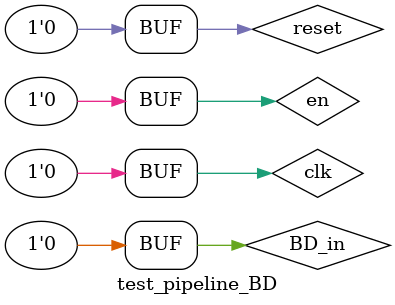
<source format=v>
`timescale 1ns / 1ps


module test_pipeline_BD;

	// Inputs
	reg BD_in;
	reg reset;
	reg clk;
	reg en;

	// Outputs
	wire BD_out;

	// Instantiate the Unit Under Test (UUT)
	pipeline_BD uut (
		.BD_in(BD_in), 
		.BD_out(BD_out), 
		.reset(reset), 
		.clk(clk), 
		.en(en)
	);

	initial begin
		// Initialize Inputs
		BD_in = 0;
		reset = 0;
		clk = 0;
		en = 0;

		// Wait 100 ns for global reset to finish
		#100;
        
		// Add stimulus here

	end
      
endmodule


</source>
